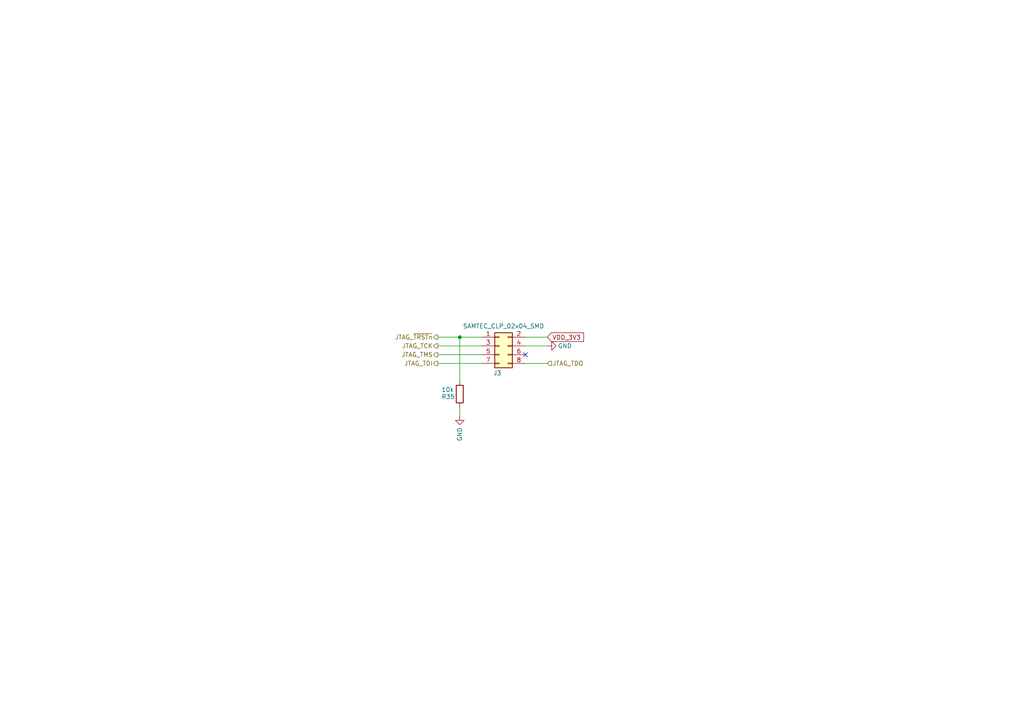
<source format=kicad_sch>
(kicad_sch (version 20231120) (generator "eeschema") (generator_version "8.0")
  (paper "A4")
  (title_block (title "Open MOtor DRiver Initiative  - Single Axis (OMODRI_SA)") (date "2024-11-08") (rev "1.0") (company "LAAS/CNRS"))
  (lib_symbols
    (symbol "Connector_Generic:Conn_02x04_Odd_Even" (pin_names (offset 1.016) hide)
      (property "Reference" "J" (at 1.27 5.08 0))
      (property "Value" "Conn_02x04_Odd_Even" (at 1.27 -7.62 0))
      (symbol "Conn_02x04_Odd_Even_1_1"
        (rectangle (start -1.27 -4.953) (end 0 -5.207) (stroke (width 0.1524)))
        (rectangle (start -1.27 -2.413) (end 0 -2.667) (stroke (width 0.1524)))
        (rectangle (start -1.27 0.127) (end 0 -0.127) (stroke (width 0.1524)))
        (rectangle (start -1.27 2.667) (end 0 2.413) (stroke (width 0.1524)))
        (rectangle (start -1.27 3.81) (end 3.81 -6.35) (stroke (width 0.254)) (fill (type background)))
        (rectangle (start 3.81 -4.953) (end 2.54 -5.207) (stroke (width 0.1524)))
        (rectangle (start 3.81 -2.413) (end 2.54 -2.667) (stroke (width 0.1524)))
        (rectangle (start 3.81 0.127) (end 2.54 -0.127) (stroke (width 0.1524)))
        (rectangle (start 3.81 2.667) (end 2.54 2.413) (stroke (width 0.1524)))
        (pin passive line (at -5.08 2.54 0) (length 3.81) (name "Pin_1") (number "1"))
        (pin passive line (at 7.62 2.54 180) (length 3.81) (name "Pin_2") (number "2"))
        (pin passive line (at -5.08 0 0) (length 3.81) (name "Pin_3") (number "3"))
        (pin passive line (at 7.62 0 180) (length 3.81) (name "Pin_4") (number "4"))
        (pin passive line (at -5.08 -2.54 0) (length 3.81) (name "Pin_5") (number "5"))
        (pin passive line (at 7.62 -2.54 180) (length 3.81) (name "Pin_6") (number "6"))
        (pin passive line (at -5.08 -5.08 0) (length 3.81) (name "Pin_7") (number "7"))
        (pin passive line (at 7.62 -5.08 180) (length 3.81) (name "Pin_8") (number "8"))
      )
    )
    (symbol "Device:R" (pin_numbers hide) (pin_names (offset 0))
      (property "Reference" "R" (at 2.032 0 90))
      (property "Value" "R" (at 0 0 90))
      (symbol "R_0_1"
        (rectangle (start -1.016 -2.54) (end 1.016 2.54) (stroke (width 0.254)))
      )
      (symbol "R_1_1"
        (pin passive line (at 0 3.81 270) (length 1.27) (name "~") (number "1"))
        (pin passive line (at 0 -3.81 90) (length 1.27) (name "~") (number "2"))
      )
    )
    (symbol "power:GND" (power) (pin_numbers hide) (pin_names (offset 0) hide)
      (property "Value" "GND" (at 0 -3.81 0))
      (symbol "GND_0_1"
        (polyline (pts (xy 0 0) (xy 0 -1.27) (xy 1.27 -1.27) (xy 0 -2.54) (xy -1.27 -1.27) (xy 0 -1.27)))
      )
      (symbol "GND_1_1"
        (pin power_in line (at 0 0 270) (length 0) (name "~") (number "1"))
      )
    )
  )
  (junction (at 133.35 97.79))
  (no_connect (at 152.4 102.87))
  (wire (pts (xy 133.35 97.79) (xy 139.7 97.79)))
  (wire (pts (xy 127 102.87) (xy 139.7 102.87)))
  (wire (pts (xy 127 100.33) (xy 139.7 100.33)))
  (wire (pts (xy 133.35 97.79) (xy 133.35 110.49)))
  (wire (pts (xy 133.35 120.65) (xy 133.35 118.11)))
  (wire (pts (xy 152.4 105.41) (xy 158.75 105.41)))
  (wire (pts (xy 127 105.41) (xy 139.7 105.41)))
  (wire (pts (xy 158.75 100.33) (xy 152.4 100.33)))
  (wire (pts (xy 158.75 97.79) (xy 152.4 97.79)))
  (wire (pts (xy 127 97.79) (xy 133.35 97.79)))
  (global_label "VDD_3V3" (shape input) (at 158.75 97.79 0) (property "Intersheetrefs" "${INTERSHEET_REFS}" (effects (hide yes))) (property "Références Inter-Feuilles" "${INTERSHEET_REFS}" (effects (hide yes))))
  (hierarchical_label "JTAG_TCK" (shape output) (at 127 100.33 180))
  (hierarchical_label "JTAG_TDO" (shape input) (at 158.75 105.41 0))
  (hierarchical_label "JTAG_TMS" (shape output) (at 127 102.87 180))
  (hierarchical_label "JTAG_~{TRSTn}" (shape output) (at 127 97.79 180))
  (hierarchical_label "JTAG_TDI" (shape output) (at 127 105.41 180))
  (symbol (lib_id "Device:R") (at 133.35 114.3 0) (unit 1)
    (property "Reference" "R35" (at 128.016 115.062 0) (effects (justify left)))
    (property "Value" "10k" (at 128.016 113.03 0) (effects (justify left)))
    (property "Footprint" "Resistor_SMD:R_0201_0603Metric" (effects (hide yes)))
    (property "Datasheet" "https://industrial.panasonic.com/sa/products/pt/general-purpose-chip-resistors/models/ERJ1GNF1002C" (effects (hide yes)))
    (property "Description" "0201, 10kΩ, 0.05W, ±1%, SMD  resistor" (effects (hide yes)))
    (property "DigiKey" "P122414CT-ND" (effects (hide yes)))
    (property "Farnell" "2302362" (effects (hide yes)))
    (property "Mouser" "667-ERJ-1GNF1002C" (effects (hide yes)))
    (property "Part No" "ERJ1GNF1002C" (effects (hide yes)))
    (property "RS" "176-3597" (effects (hide yes)))
    (property "LCSC" "C717002" (effects (hide yes)))
    (property "Manufacturer" "PANASONIC" (effects (hide yes)))
    (property "Assembling" "SMD" (effects (hide yes)))
  )
  (symbol (lib_id "Connector_Generic:Conn_02x04_Odd_Even") (at 144.78 100.33 0) (unit 1)
    (property "Reference" "J3" (at 144.272 108.204 0))
    (property "Value" "SAMTEC_CLP_02x04_SMD" (at 146.05 94.5896 0))
    (property "Footprint" "udriver3:SAMTEC_CLP-104-02-L-D-BE" (effects (hide yes)))
    (property "Datasheet" "https://suddendocs.samtec.com/catalog_english/clp_sm.pdf" (effects (hide yes)))
    (property "Description" "SAMTEC CLP Receptacle, 1.27mm Pitch, Double Row, 8-Circuits(02x04), Low profile" (effects (hide yes)))
    (property "DigiKey" "CLP-104-02-L-D-A-ND" (effects (hide yes)))
    (property "Farnell" "1804325" (effects (hide yes)))
    (property "Mouser" "200-CLP10402LDA" (effects (hide yes)))
    (property "Part No" "CLP-104-02-L-D-A" (effects (hide yes)))
    (property "LCSC" "C6766483" (effects (hide yes)))
    (property "Manufacturer" "SAMTEC" (effects (hide yes)))
    (property "Assembling" "SMD" (effects (hide yes)))
  )
  (symbol (lib_id "power:GND") (at 158.75 100.33 90) (unit 1)
    (property "Reference" "#PWR099" (effects (hide yes)))
    (property "Value" "GND" (at 163.83 100.33 90))
    (property "Description" "Power symbol creates a global label with name \"GND\" , ground" (effects (hide yes)))
  )
  (symbol (lib_id "power:GND") (at 133.35 120.65 0) (unit 1)
    (property "Reference" "#PWR0100" (effects (hide yes)))
    (property "Value" "GND" (at 133.35 125.984 90))
    (property "Description" "Power symbol creates a global label with name \"GND\" , ground" (effects (hide yes)))
  )
)
</source>
